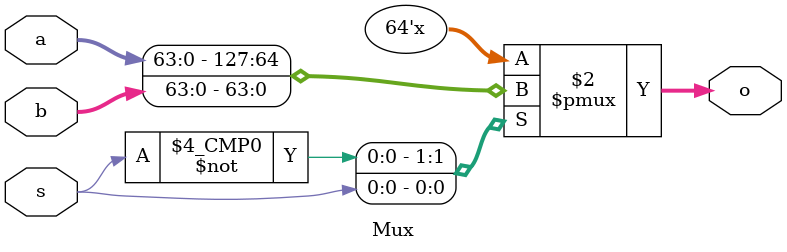
<source format=v>
`timescale 1ns / 1ps

module Mux(
    input [63:0] a,   // input1
    input [63:0] b,   // input2
    input s,          // selection bit
    output reg [63:0] o // output
);

always @ (a, b, s) begin
    case(s) // case statement
        1'b0: o = a;  // if s=0 --> o=b
        1'b1: o = b;  // if s=1 --> o=a
    endcase
end
endmodule


</source>
